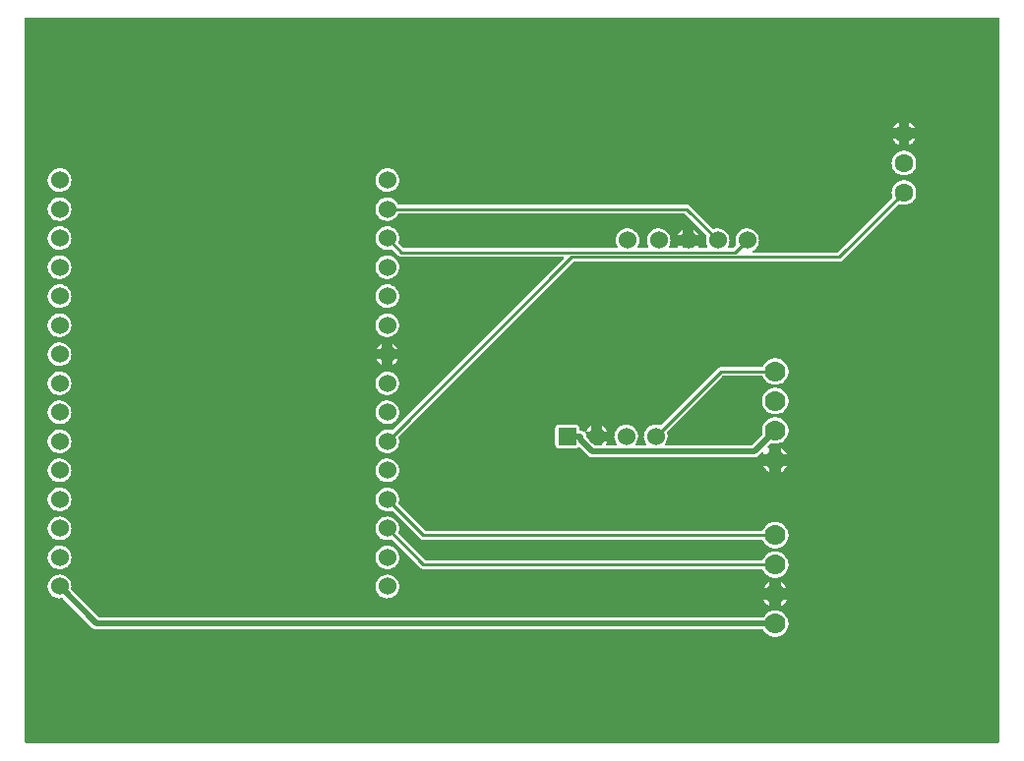
<source format=gtl>
G04 Layer: TopLayer*
G04 EasyEDA v6.5.22, 2023-01-16 17:42:31*
G04 f8123aca958c4c3ea5a118542eafadee,9c419fbbf7cf4e6293d4911e9c662303,10*
G04 Gerber Generator version 0.2*
G04 Scale: 100 percent, Rotated: No, Reflected: No *
G04 Dimensions in inches *
G04 leading zeros omitted , absolute positions ,3 integer and 6 decimal *
%FSLAX36Y36*%
%MOIN*%

%ADD10C,0.0200*%
%ADD11C,0.0100*%
%ADD12R,0.0600X0.0600*%
%ADD13C,0.0600*%
%ADD14C,0.0630*%
%ADD15C,0.0700*%
%ADD16C,0.0150*%

%LPD*%
G36*
X289800Y600700D02*
G01*
X288260Y601000D01*
X286980Y601880D01*
X286100Y603160D01*
X285800Y604700D01*
X285800Y3055800D01*
X286100Y3057340D01*
X286980Y3058620D01*
X288260Y3059500D01*
X289800Y3059800D01*
X3585800Y3059800D01*
X3587340Y3059500D01*
X3588620Y3058620D01*
X3589500Y3057340D01*
X3589800Y3055800D01*
X3589800Y604700D01*
X3589500Y603160D01*
X3588620Y601880D01*
X3587340Y601000D01*
X3585800Y600700D01*
G37*

%LPC*%
G36*
X2830000Y959800D02*
G01*
X2835659Y960160D01*
X2841240Y961220D01*
X2846640Y962980D01*
X2851780Y965400D01*
X2856560Y968439D01*
X2860940Y972060D01*
X2864820Y976200D01*
X2868159Y980780D01*
X2870899Y985759D01*
X2872980Y991040D01*
X2874400Y996540D01*
X2875100Y1002159D01*
X2875100Y1007840D01*
X2874400Y1013460D01*
X2872980Y1018960D01*
X2870899Y1024240D01*
X2868159Y1029220D01*
X2864820Y1033800D01*
X2860940Y1037940D01*
X2856560Y1041560D01*
X2851780Y1044599D01*
X2846640Y1047020D01*
X2841240Y1048780D01*
X2835659Y1049840D01*
X2830000Y1050200D01*
X2824340Y1049840D01*
X2818759Y1048780D01*
X2813360Y1047020D01*
X2808220Y1044599D01*
X2803440Y1041560D01*
X2799060Y1037940D01*
X2795179Y1033800D01*
X2791840Y1029220D01*
X2790779Y1027280D01*
X2789880Y1026180D01*
X2788660Y1025460D01*
X2787280Y1025200D01*
X540940Y1025200D01*
X539400Y1025500D01*
X538100Y1026380D01*
X445240Y1119240D01*
X444480Y1120300D01*
X444099Y1121560D01*
X444140Y1122860D01*
X444720Y1125660D01*
X445080Y1131020D01*
X444720Y1136380D01*
X443640Y1141640D01*
X441880Y1146720D01*
X439460Y1151500D01*
X436420Y1155940D01*
X432819Y1159920D01*
X428720Y1163380D01*
X424200Y1166260D01*
X419320Y1168520D01*
X414200Y1170120D01*
X408900Y1171020D01*
X403540Y1171200D01*
X398200Y1170660D01*
X392980Y1169420D01*
X387960Y1167480D01*
X383260Y1164900D01*
X378940Y1161720D01*
X375080Y1157980D01*
X371740Y1153760D01*
X369020Y1149160D01*
X366920Y1144200D01*
X365500Y1139020D01*
X364780Y1133700D01*
X364780Y1128340D01*
X365500Y1123020D01*
X366920Y1117840D01*
X369020Y1112900D01*
X371740Y1108280D01*
X375080Y1104060D01*
X378940Y1100340D01*
X383260Y1097140D01*
X387960Y1094560D01*
X392980Y1092640D01*
X398200Y1091400D01*
X403540Y1090860D01*
X408900Y1091040D01*
X413200Y1091760D01*
X414480Y1091780D01*
X415680Y1091380D01*
X416700Y1090640D01*
X516560Y990780D01*
X517920Y989520D01*
X519320Y988460D01*
X520820Y987520D01*
X522380Y986700D01*
X524000Y986020D01*
X525680Y985500D01*
X527400Y985120D01*
X529160Y984880D01*
X531000Y984800D01*
X2787260Y984800D01*
X2788660Y984560D01*
X2789880Y983820D01*
X2790779Y982720D01*
X2791840Y980780D01*
X2795179Y976200D01*
X2799060Y972060D01*
X2803440Y968439D01*
X2808220Y965400D01*
X2813360Y962980D01*
X2818759Y961220D01*
X2824340Y960160D01*
G37*
G36*
X2810000Y1064560D02*
G01*
X2810000Y1085000D01*
X2789520Y1085000D01*
X2791840Y1080780D01*
X2795179Y1076200D01*
X2799060Y1072060D01*
X2803440Y1068440D01*
X2808220Y1065400D01*
G37*
G36*
X2850000Y1064560D02*
G01*
X2851780Y1065400D01*
X2856560Y1068440D01*
X2860940Y1072060D01*
X2864820Y1076200D01*
X2868159Y1080780D01*
X2870480Y1085000D01*
X2850000Y1085000D01*
G37*
G36*
X1513779Y1090860D02*
G01*
X1519139Y1091040D01*
X1524440Y1091920D01*
X1529560Y1093520D01*
X1534440Y1095780D01*
X1538959Y1098660D01*
X1543060Y1102140D01*
X1546660Y1106120D01*
X1549700Y1110540D01*
X1552120Y1115340D01*
X1553880Y1120400D01*
X1554960Y1125660D01*
X1555300Y1131020D01*
X1554960Y1136380D01*
X1553880Y1141640D01*
X1552120Y1146720D01*
X1549700Y1151500D01*
X1546660Y1155940D01*
X1543060Y1159920D01*
X1538959Y1163380D01*
X1534440Y1166260D01*
X1529560Y1168520D01*
X1524440Y1170120D01*
X1519139Y1171020D01*
X1513779Y1171200D01*
X1508440Y1170660D01*
X1503220Y1169420D01*
X1498200Y1167480D01*
X1493500Y1164900D01*
X1489160Y1161720D01*
X1485320Y1157980D01*
X1481980Y1153760D01*
X1479240Y1149160D01*
X1477160Y1144200D01*
X1475740Y1139020D01*
X1475020Y1133700D01*
X1475020Y1128340D01*
X1475740Y1123020D01*
X1477160Y1117840D01*
X1479240Y1112900D01*
X1481980Y1108280D01*
X1485320Y1104060D01*
X1489160Y1100340D01*
X1493500Y1097140D01*
X1498200Y1094560D01*
X1503220Y1092640D01*
X1508440Y1091400D01*
G37*
G36*
X2850000Y1125000D02*
G01*
X2870480Y1125000D01*
X2868159Y1129220D01*
X2864820Y1133800D01*
X2860940Y1137940D01*
X2856560Y1141560D01*
X2851780Y1144600D01*
X2850000Y1145440D01*
G37*
G36*
X2789520Y1125000D02*
G01*
X2810000Y1125000D01*
X2810000Y1145440D01*
X2808220Y1144600D01*
X2803440Y1141560D01*
X2799060Y1137940D01*
X2795179Y1133800D01*
X2791840Y1129220D01*
G37*
G36*
X2830000Y1159800D02*
G01*
X2835659Y1160160D01*
X2841240Y1161220D01*
X2846640Y1162980D01*
X2851780Y1165400D01*
X2856560Y1168440D01*
X2860940Y1172060D01*
X2864820Y1176200D01*
X2868159Y1180780D01*
X2870899Y1185760D01*
X2872980Y1191040D01*
X2874400Y1196540D01*
X2875100Y1202160D01*
X2875100Y1207840D01*
X2874400Y1213460D01*
X2872980Y1218960D01*
X2870899Y1224240D01*
X2868159Y1229220D01*
X2864820Y1233800D01*
X2860940Y1237940D01*
X2856560Y1241560D01*
X2851780Y1244600D01*
X2846640Y1247020D01*
X2841240Y1248780D01*
X2835659Y1249840D01*
X2830000Y1250200D01*
X2824340Y1249840D01*
X2818759Y1248780D01*
X2813360Y1247020D01*
X2808220Y1244600D01*
X2803440Y1241560D01*
X2799060Y1237940D01*
X2795179Y1233800D01*
X2791840Y1229220D01*
X2789100Y1224240D01*
X2788500Y1222720D01*
X2787640Y1221400D01*
X2786340Y1220520D01*
X2784800Y1220200D01*
X1645960Y1220200D01*
X1644420Y1220500D01*
X1643120Y1221380D01*
X1553940Y1310560D01*
X1553100Y1311780D01*
X1552780Y1313220D01*
X1553000Y1314700D01*
X1553880Y1317260D01*
X1554960Y1322520D01*
X1555300Y1327880D01*
X1554960Y1333240D01*
X1553880Y1338500D01*
X1552120Y1343560D01*
X1549700Y1348360D01*
X1546660Y1352780D01*
X1543060Y1356759D01*
X1538959Y1360240D01*
X1534440Y1363120D01*
X1529560Y1365380D01*
X1524440Y1366980D01*
X1519139Y1367860D01*
X1513779Y1368040D01*
X1508440Y1367500D01*
X1503220Y1366260D01*
X1498200Y1364340D01*
X1493500Y1361759D01*
X1489160Y1358560D01*
X1485320Y1354840D01*
X1481980Y1350620D01*
X1479240Y1346000D01*
X1477160Y1341060D01*
X1475740Y1335880D01*
X1475020Y1330560D01*
X1475020Y1325200D01*
X1475740Y1319860D01*
X1477160Y1314700D01*
X1479240Y1309740D01*
X1481980Y1305120D01*
X1485320Y1300920D01*
X1489160Y1297180D01*
X1493500Y1294000D01*
X1498200Y1291420D01*
X1503220Y1289480D01*
X1508440Y1288240D01*
X1513779Y1287700D01*
X1519139Y1287880D01*
X1524440Y1288779D01*
X1528460Y1290020D01*
X1529880Y1290200D01*
X1531279Y1289860D01*
X1532480Y1289040D01*
X1627120Y1194400D01*
X1629560Y1192380D01*
X1632200Y1190980D01*
X1635040Y1190120D01*
X1638200Y1189800D01*
X2784780Y1189800D01*
X2786340Y1189480D01*
X2787640Y1188600D01*
X2788500Y1187280D01*
X2789100Y1185760D01*
X2791840Y1180780D01*
X2795179Y1176200D01*
X2799060Y1172060D01*
X2803440Y1168440D01*
X2808220Y1165400D01*
X2813360Y1162980D01*
X2818759Y1161220D01*
X2824340Y1160160D01*
G37*
G36*
X403540Y1189280D02*
G01*
X408900Y1189460D01*
X414200Y1190360D01*
X419320Y1191940D01*
X424200Y1194200D01*
X428720Y1197100D01*
X432819Y1200560D01*
X436420Y1204540D01*
X439460Y1208960D01*
X441880Y1213760D01*
X443640Y1218840D01*
X444720Y1224100D01*
X445080Y1229440D01*
X444720Y1234800D01*
X443640Y1240060D01*
X441880Y1245140D01*
X439460Y1249940D01*
X436420Y1254360D01*
X432819Y1258340D01*
X428720Y1261800D01*
X424200Y1264700D01*
X419320Y1266960D01*
X414200Y1268540D01*
X408900Y1269440D01*
X403540Y1269620D01*
X398200Y1269080D01*
X392980Y1267840D01*
X387960Y1265900D01*
X383260Y1263320D01*
X378940Y1260140D01*
X375080Y1256400D01*
X371740Y1252200D01*
X369020Y1247580D01*
X366920Y1242640D01*
X365500Y1237460D01*
X364780Y1232140D01*
X364780Y1226760D01*
X365500Y1221440D01*
X366920Y1216260D01*
X369020Y1211320D01*
X371740Y1206700D01*
X375080Y1202500D01*
X378940Y1198760D01*
X383260Y1195580D01*
X387960Y1193000D01*
X392980Y1191060D01*
X398200Y1189820D01*
G37*
G36*
X1513779Y1189280D02*
G01*
X1519139Y1189460D01*
X1524440Y1190360D01*
X1529560Y1191940D01*
X1534440Y1194200D01*
X1538959Y1197100D01*
X1543060Y1200560D01*
X1546660Y1204540D01*
X1549700Y1208960D01*
X1552120Y1213760D01*
X1553880Y1218840D01*
X1554960Y1224100D01*
X1555300Y1229440D01*
X1554960Y1234800D01*
X1553880Y1240060D01*
X1552120Y1245140D01*
X1549700Y1249940D01*
X1546660Y1254360D01*
X1543060Y1258340D01*
X1538959Y1261800D01*
X1534440Y1264700D01*
X1529560Y1266960D01*
X1524440Y1268540D01*
X1519139Y1269440D01*
X1513779Y1269620D01*
X1508440Y1269080D01*
X1503220Y1267840D01*
X1498200Y1265900D01*
X1493500Y1263320D01*
X1489160Y1260140D01*
X1485320Y1256400D01*
X1481980Y1252200D01*
X1479240Y1247580D01*
X1477160Y1242640D01*
X1475740Y1237460D01*
X1475020Y1232140D01*
X1475020Y1226760D01*
X1475740Y1221440D01*
X1477160Y1216260D01*
X1479240Y1211320D01*
X1481980Y1206700D01*
X1485320Y1202500D01*
X1489160Y1198760D01*
X1493500Y1195580D01*
X1498200Y1193000D01*
X1503220Y1191060D01*
X1508440Y1189820D01*
G37*
G36*
X2830000Y1259800D02*
G01*
X2835659Y1260160D01*
X2841240Y1261220D01*
X2846640Y1262980D01*
X2851780Y1265400D01*
X2856560Y1268440D01*
X2860940Y1272060D01*
X2864820Y1276200D01*
X2868159Y1280780D01*
X2870899Y1285760D01*
X2872980Y1291040D01*
X2874400Y1296540D01*
X2875100Y1302160D01*
X2875100Y1307840D01*
X2874400Y1313460D01*
X2872980Y1318959D01*
X2870899Y1324240D01*
X2868159Y1329220D01*
X2864820Y1333800D01*
X2860940Y1337940D01*
X2856560Y1341560D01*
X2851780Y1344600D01*
X2846640Y1347020D01*
X2841240Y1348779D01*
X2835659Y1349840D01*
X2830000Y1350200D01*
X2824340Y1349840D01*
X2818759Y1348779D01*
X2813360Y1347020D01*
X2808220Y1344600D01*
X2803440Y1341560D01*
X2799060Y1337940D01*
X2795179Y1333800D01*
X2791840Y1329220D01*
X2789100Y1324240D01*
X2788500Y1322720D01*
X2787640Y1321399D01*
X2786340Y1320520D01*
X2784800Y1320200D01*
X1644379Y1320200D01*
X1642840Y1320500D01*
X1641540Y1321380D01*
X1553940Y1408980D01*
X1553100Y1410200D01*
X1552780Y1411639D01*
X1553000Y1413120D01*
X1553880Y1415680D01*
X1554960Y1420940D01*
X1555300Y1426300D01*
X1554960Y1431660D01*
X1553880Y1436920D01*
X1552120Y1442000D01*
X1549700Y1446780D01*
X1546660Y1451200D01*
X1543060Y1455200D01*
X1538959Y1458660D01*
X1534440Y1461540D01*
X1529560Y1463800D01*
X1524440Y1465400D01*
X1519139Y1466279D01*
X1513779Y1466459D01*
X1508440Y1465940D01*
X1503220Y1464680D01*
X1498200Y1462760D01*
X1493500Y1460180D01*
X1489160Y1457000D01*
X1485320Y1453260D01*
X1481980Y1449040D01*
X1479240Y1444420D01*
X1477160Y1439480D01*
X1475740Y1434300D01*
X1475020Y1428980D01*
X1475020Y1423620D01*
X1475740Y1418300D01*
X1477160Y1413120D01*
X1479240Y1408180D01*
X1481980Y1403560D01*
X1485320Y1399340D01*
X1489160Y1395600D01*
X1493500Y1392420D01*
X1498200Y1389840D01*
X1503220Y1387920D01*
X1508440Y1386660D01*
X1513779Y1386140D01*
X1519139Y1386320D01*
X1524440Y1387200D01*
X1528460Y1388460D01*
X1529880Y1388620D01*
X1531279Y1388280D01*
X1532460Y1387460D01*
X1625540Y1294400D01*
X1627980Y1292380D01*
X1630620Y1290980D01*
X1633460Y1290120D01*
X1636620Y1289800D01*
X2784780Y1289800D01*
X2786340Y1289480D01*
X2787640Y1288600D01*
X2788500Y1287280D01*
X2789100Y1285760D01*
X2791840Y1280780D01*
X2795179Y1276200D01*
X2799060Y1272060D01*
X2803440Y1268440D01*
X2808220Y1265400D01*
X2813360Y1262980D01*
X2818759Y1261220D01*
X2824340Y1260160D01*
G37*
G36*
X403540Y1287700D02*
G01*
X408900Y1287880D01*
X414200Y1288779D01*
X419320Y1290360D01*
X424200Y1292620D01*
X428720Y1295520D01*
X432819Y1298980D01*
X436420Y1302960D01*
X439460Y1307400D01*
X441880Y1312180D01*
X443640Y1317260D01*
X444720Y1322520D01*
X445080Y1327880D01*
X444720Y1333240D01*
X443640Y1338500D01*
X441880Y1343560D01*
X439460Y1348360D01*
X436420Y1352780D01*
X432819Y1356759D01*
X428720Y1360240D01*
X424200Y1363120D01*
X419320Y1365380D01*
X414200Y1366980D01*
X408900Y1367860D01*
X403540Y1368040D01*
X398200Y1367500D01*
X392980Y1366260D01*
X387960Y1364340D01*
X383260Y1361759D01*
X378940Y1358560D01*
X375080Y1354840D01*
X371740Y1350620D01*
X369020Y1346000D01*
X366920Y1341060D01*
X365500Y1335880D01*
X364780Y1330560D01*
X364780Y1325200D01*
X365500Y1319860D01*
X366920Y1314700D01*
X369020Y1309740D01*
X371740Y1305120D01*
X375080Y1300920D01*
X378940Y1297180D01*
X383260Y1294000D01*
X387960Y1291420D01*
X392980Y1289480D01*
X398200Y1288240D01*
G37*
G36*
X403540Y1386140D02*
G01*
X408900Y1386320D01*
X414200Y1387200D01*
X419320Y1388800D01*
X424200Y1391060D01*
X428720Y1393940D01*
X432819Y1397400D01*
X436420Y1401399D01*
X439460Y1405820D01*
X441880Y1410600D01*
X443640Y1415680D01*
X444720Y1420940D01*
X445080Y1426300D01*
X444720Y1431660D01*
X443640Y1436920D01*
X441880Y1442000D01*
X439460Y1446780D01*
X436420Y1451200D01*
X432819Y1455200D01*
X428720Y1458660D01*
X424200Y1461540D01*
X419320Y1463800D01*
X414200Y1465400D01*
X408900Y1466279D01*
X403540Y1466459D01*
X398200Y1465940D01*
X392980Y1464680D01*
X387960Y1462760D01*
X383260Y1460180D01*
X378940Y1457000D01*
X375080Y1453260D01*
X371740Y1449040D01*
X369020Y1444420D01*
X366920Y1439480D01*
X365500Y1434300D01*
X364780Y1428980D01*
X364780Y1423620D01*
X365500Y1418300D01*
X366920Y1413120D01*
X369020Y1408180D01*
X371740Y1403560D01*
X375080Y1399340D01*
X378940Y1395600D01*
X383260Y1392420D01*
X387960Y1389840D01*
X392980Y1387920D01*
X398200Y1386660D01*
G37*
G36*
X403540Y1484560D02*
G01*
X408900Y1484740D01*
X414200Y1485620D01*
X419320Y1487220D01*
X424200Y1489480D01*
X428720Y1492360D01*
X432819Y1495840D01*
X436420Y1499820D01*
X439460Y1504240D01*
X441880Y1509040D01*
X443640Y1514100D01*
X444720Y1519360D01*
X445080Y1524720D01*
X444720Y1530080D01*
X443640Y1535340D01*
X441880Y1540420D01*
X439460Y1545200D01*
X436420Y1549640D01*
X432819Y1553620D01*
X428720Y1557080D01*
X424200Y1559980D01*
X419320Y1562240D01*
X414200Y1563820D01*
X408900Y1564720D01*
X403540Y1564900D01*
X398200Y1564360D01*
X392980Y1563120D01*
X387960Y1561180D01*
X383260Y1558600D01*
X378940Y1555420D01*
X375080Y1551680D01*
X371740Y1547480D01*
X369020Y1542860D01*
X366920Y1537900D01*
X365500Y1532740D01*
X364780Y1527400D01*
X364780Y1522040D01*
X365500Y1516720D01*
X366920Y1511540D01*
X369020Y1506600D01*
X371740Y1501980D01*
X375080Y1497760D01*
X378940Y1494040D01*
X383260Y1490840D01*
X387960Y1488260D01*
X392980Y1486339D01*
X398200Y1485100D01*
G37*
G36*
X1513779Y1484560D02*
G01*
X1519139Y1484740D01*
X1524440Y1485620D01*
X1529560Y1487220D01*
X1534440Y1489480D01*
X1538959Y1492360D01*
X1543060Y1495840D01*
X1546660Y1499820D01*
X1549700Y1504240D01*
X1552120Y1509040D01*
X1553880Y1514100D01*
X1554960Y1519360D01*
X1555300Y1524720D01*
X1554960Y1530080D01*
X1553880Y1535340D01*
X1552120Y1540420D01*
X1549700Y1545200D01*
X1546660Y1549640D01*
X1543060Y1553620D01*
X1538959Y1557080D01*
X1534440Y1559980D01*
X1529560Y1562240D01*
X1524440Y1563820D01*
X1519139Y1564720D01*
X1513779Y1564900D01*
X1508440Y1564360D01*
X1503220Y1563120D01*
X1498200Y1561180D01*
X1493500Y1558600D01*
X1489160Y1555420D01*
X1485320Y1551680D01*
X1481980Y1547480D01*
X1479240Y1542860D01*
X1477160Y1537900D01*
X1475740Y1532740D01*
X1475020Y1527400D01*
X1475020Y1522040D01*
X1475740Y1516720D01*
X1477160Y1511540D01*
X1479240Y1506600D01*
X1481980Y1501980D01*
X1485320Y1497760D01*
X1489160Y1494040D01*
X1493500Y1490840D01*
X1498200Y1488260D01*
X1503220Y1486339D01*
X1508440Y1485100D01*
G37*
G36*
X2810000Y1519560D02*
G01*
X2810000Y1540000D01*
X2789520Y1540000D01*
X2791840Y1535780D01*
X2795179Y1531200D01*
X2799060Y1527060D01*
X2803440Y1523440D01*
X2808220Y1520400D01*
G37*
G36*
X2850000Y1519560D02*
G01*
X2851780Y1520400D01*
X2856560Y1523440D01*
X2860940Y1527060D01*
X2864820Y1531200D01*
X2868159Y1535780D01*
X2870480Y1540000D01*
X2850000Y1540000D01*
G37*
G36*
X2211000Y1568400D02*
G01*
X2758519Y1568400D01*
X2760360Y1568480D01*
X2762100Y1568720D01*
X2763820Y1569100D01*
X2765500Y1569620D01*
X2767140Y1570300D01*
X2768700Y1571120D01*
X2770179Y1572060D01*
X2771580Y1573120D01*
X2772940Y1574379D01*
X2783039Y1584460D01*
X2784380Y1585360D01*
X2785980Y1585640D01*
X2787559Y1585260D01*
X2788860Y1584280D01*
X2789660Y1582880D01*
X2789840Y1581260D01*
X2789460Y1580000D01*
X2810000Y1580000D01*
X2810000Y1600440D01*
X2808420Y1600040D01*
X2806860Y1600300D01*
X2805520Y1601140D01*
X2804600Y1602440D01*
X2804260Y1603980D01*
X2804560Y1605540D01*
X2805440Y1606860D01*
X2814040Y1615460D01*
X2815240Y1616300D01*
X2816660Y1616639D01*
X2824340Y1615160D01*
X2830000Y1614800D01*
X2835659Y1615160D01*
X2841240Y1616220D01*
X2846640Y1617980D01*
X2851780Y1620400D01*
X2856560Y1623440D01*
X2860940Y1627060D01*
X2864820Y1631200D01*
X2868159Y1635780D01*
X2870899Y1640760D01*
X2872980Y1646040D01*
X2874400Y1651540D01*
X2875100Y1657160D01*
X2875100Y1662840D01*
X2874400Y1668460D01*
X2872980Y1673959D01*
X2870899Y1679240D01*
X2868159Y1684220D01*
X2864820Y1688800D01*
X2860940Y1692940D01*
X2856560Y1696560D01*
X2851780Y1699600D01*
X2846640Y1702020D01*
X2841240Y1703779D01*
X2835659Y1704840D01*
X2830000Y1705200D01*
X2824340Y1704840D01*
X2818759Y1703779D01*
X2813360Y1702020D01*
X2808220Y1699600D01*
X2803440Y1696560D01*
X2799060Y1692940D01*
X2795179Y1688800D01*
X2791840Y1684220D01*
X2789100Y1679240D01*
X2787020Y1673959D01*
X2785600Y1668460D01*
X2784900Y1662840D01*
X2784900Y1657160D01*
X2785600Y1651540D01*
X2786540Y1647880D01*
X2786660Y1646519D01*
X2786280Y1645200D01*
X2785500Y1644060D01*
X2751400Y1609980D01*
X2750100Y1609100D01*
X2748580Y1608800D01*
X2459740Y1608800D01*
X2458040Y1609180D01*
X2456660Y1610260D01*
X2455860Y1611819D01*
X2455820Y1613580D01*
X2456520Y1615180D01*
X2458880Y1618380D01*
X2461460Y1623080D01*
X2463380Y1628100D01*
X2464640Y1633320D01*
X2465160Y1638660D01*
X2464980Y1644019D01*
X2464100Y1649319D01*
X2462860Y1653340D01*
X2462680Y1654760D01*
X2463020Y1656160D01*
X2463840Y1657340D01*
X2650120Y1843620D01*
X2651420Y1844500D01*
X2652960Y1844800D01*
X2784780Y1844800D01*
X2786340Y1844480D01*
X2787640Y1843600D01*
X2788500Y1842280D01*
X2789100Y1840760D01*
X2791840Y1835780D01*
X2795179Y1831200D01*
X2799060Y1827060D01*
X2803440Y1823440D01*
X2808220Y1820400D01*
X2813360Y1817980D01*
X2818759Y1816220D01*
X2824340Y1815160D01*
X2830000Y1814800D01*
X2835659Y1815160D01*
X2841240Y1816220D01*
X2846640Y1817980D01*
X2851780Y1820400D01*
X2856560Y1823440D01*
X2860940Y1827060D01*
X2864820Y1831200D01*
X2868159Y1835780D01*
X2870899Y1840760D01*
X2872980Y1846040D01*
X2874400Y1851540D01*
X2875100Y1857160D01*
X2875100Y1862840D01*
X2874400Y1868460D01*
X2872980Y1873959D01*
X2870899Y1879240D01*
X2868159Y1884220D01*
X2864820Y1888800D01*
X2860940Y1892940D01*
X2856560Y1896560D01*
X2851780Y1899600D01*
X2846640Y1902020D01*
X2841240Y1903779D01*
X2835659Y1904840D01*
X2830000Y1905200D01*
X2824340Y1904840D01*
X2818759Y1903779D01*
X2813360Y1902020D01*
X2808220Y1899600D01*
X2803440Y1896560D01*
X2799060Y1892940D01*
X2795179Y1888800D01*
X2791840Y1884220D01*
X2789100Y1879240D01*
X2788500Y1877720D01*
X2787640Y1876399D01*
X2786340Y1875520D01*
X2784800Y1875200D01*
X2645200Y1875200D01*
X2642040Y1874880D01*
X2639200Y1874019D01*
X2636560Y1872620D01*
X2634120Y1870620D01*
X2442320Y1678820D01*
X2441100Y1677980D01*
X2439660Y1677660D01*
X2438180Y1677880D01*
X2435620Y1678760D01*
X2430360Y1679840D01*
X2425000Y1680200D01*
X2419640Y1679840D01*
X2414380Y1678760D01*
X2409300Y1677000D01*
X2404520Y1674580D01*
X2400100Y1671540D01*
X2396100Y1667940D01*
X2392640Y1663839D01*
X2389760Y1659319D01*
X2387500Y1654440D01*
X2385900Y1649319D01*
X2385020Y1644019D01*
X2384840Y1638660D01*
X2385360Y1633320D01*
X2386620Y1628100D01*
X2388540Y1623080D01*
X2391120Y1618380D01*
X2393480Y1615180D01*
X2394180Y1613580D01*
X2394140Y1611819D01*
X2393340Y1610260D01*
X2391960Y1609180D01*
X2390260Y1608800D01*
X2359740Y1608800D01*
X2358040Y1609180D01*
X2356660Y1610260D01*
X2355860Y1611819D01*
X2355820Y1613580D01*
X2356520Y1615180D01*
X2358880Y1618380D01*
X2361460Y1623080D01*
X2363380Y1628100D01*
X2364640Y1633320D01*
X2365160Y1638660D01*
X2364980Y1644019D01*
X2364100Y1649319D01*
X2362500Y1654440D01*
X2360240Y1659319D01*
X2357360Y1663839D01*
X2353900Y1667940D01*
X2349900Y1671540D01*
X2345480Y1674580D01*
X2340700Y1677000D01*
X2335620Y1678760D01*
X2330360Y1679840D01*
X2325000Y1680200D01*
X2319640Y1679840D01*
X2314380Y1678760D01*
X2309300Y1677000D01*
X2304520Y1674580D01*
X2300100Y1671540D01*
X2296100Y1667940D01*
X2292640Y1663839D01*
X2289760Y1659319D01*
X2287500Y1654440D01*
X2285900Y1649319D01*
X2285020Y1644019D01*
X2284840Y1638660D01*
X2285360Y1633320D01*
X2286620Y1628100D01*
X2288540Y1623080D01*
X2291120Y1618380D01*
X2293480Y1615180D01*
X2294180Y1613580D01*
X2294140Y1611819D01*
X2293340Y1610260D01*
X2291960Y1609180D01*
X2290260Y1608800D01*
X2259740Y1608800D01*
X2258040Y1609180D01*
X2256660Y1610260D01*
X2255860Y1611819D01*
X2255820Y1613580D01*
X2256520Y1615180D01*
X2258880Y1618380D01*
X2261140Y1622500D01*
X2242500Y1622500D01*
X2242500Y1612800D01*
X2242200Y1611279D01*
X2241320Y1609980D01*
X2240040Y1609100D01*
X2238500Y1608800D01*
X2220940Y1608800D01*
X2219400Y1609100D01*
X2218100Y1609980D01*
X2208680Y1619400D01*
X2207800Y1620700D01*
X2207500Y1622500D01*
X2205700Y1622800D01*
X2204400Y1623680D01*
X2192380Y1635700D01*
X2191520Y1637000D01*
X2191220Y1638520D01*
X2191220Y1639820D01*
X2190880Y1643500D01*
X2189980Y1646900D01*
X2188500Y1650100D01*
X2187720Y1651200D01*
X2187060Y1652800D01*
X2187120Y1654540D01*
X2187920Y1656080D01*
X2189300Y1657120D01*
X2190980Y1657500D01*
X2207500Y1657500D01*
X2207500Y1676080D01*
X2204520Y1674580D01*
X2200100Y1671540D01*
X2196100Y1667940D01*
X2192640Y1663839D01*
X2189760Y1659319D01*
X2189000Y1657700D01*
X2187940Y1656320D01*
X2186420Y1655520D01*
X2184680Y1655440D01*
X2183080Y1656100D01*
X2181100Y1657480D01*
X2177920Y1658959D01*
X2174520Y1659880D01*
X2170840Y1660200D01*
X2169200Y1660200D01*
X2167660Y1660500D01*
X2166380Y1661380D01*
X2165500Y1662680D01*
X2165200Y1664199D01*
X2165200Y1669780D01*
X2164920Y1672260D01*
X2164160Y1674420D01*
X2162960Y1676339D01*
X2161340Y1677960D01*
X2159420Y1679160D01*
X2157260Y1679920D01*
X2154780Y1680200D01*
X2095220Y1680200D01*
X2092740Y1679920D01*
X2090580Y1679160D01*
X2088660Y1677960D01*
X2087040Y1676339D01*
X2085840Y1674420D01*
X2085080Y1672260D01*
X2084800Y1669780D01*
X2084800Y1610220D01*
X2085080Y1607740D01*
X2085840Y1605580D01*
X2087040Y1603660D01*
X2088660Y1602040D01*
X2090580Y1600840D01*
X2092740Y1600080D01*
X2095220Y1599800D01*
X2154780Y1599800D01*
X2157260Y1600080D01*
X2159420Y1600840D01*
X2161340Y1602040D01*
X2162300Y1603000D01*
X2163600Y1603860D01*
X2165120Y1604160D01*
X2166660Y1603860D01*
X2167960Y1603000D01*
X2196560Y1574379D01*
X2197920Y1573120D01*
X2199320Y1572060D01*
X2200820Y1571120D01*
X2202380Y1570300D01*
X2204000Y1569620D01*
X2205680Y1569100D01*
X2207400Y1568720D01*
X2209160Y1568480D01*
G37*
G36*
X2850000Y1580000D02*
G01*
X2870480Y1580000D01*
X2868159Y1584220D01*
X2864820Y1588800D01*
X2860940Y1592940D01*
X2856560Y1596560D01*
X2851780Y1599600D01*
X2850000Y1600440D01*
G37*
G36*
X403540Y1582980D02*
G01*
X408900Y1583160D01*
X414200Y1584060D01*
X419320Y1585640D01*
X424200Y1587900D01*
X428720Y1590800D01*
X432819Y1594259D01*
X436420Y1598240D01*
X439460Y1602660D01*
X441880Y1607460D01*
X443640Y1612540D01*
X444720Y1617800D01*
X445080Y1623140D01*
X444720Y1628500D01*
X443640Y1633760D01*
X441880Y1638839D01*
X439460Y1643640D01*
X436420Y1648060D01*
X432819Y1652040D01*
X428720Y1655500D01*
X424200Y1658400D01*
X419320Y1660660D01*
X414200Y1662240D01*
X408900Y1663140D01*
X403540Y1663320D01*
X398200Y1662780D01*
X392980Y1661540D01*
X387960Y1659600D01*
X383260Y1657020D01*
X378940Y1653839D01*
X375080Y1650100D01*
X371740Y1645900D01*
X369020Y1641279D01*
X366920Y1636339D01*
X365500Y1631160D01*
X364780Y1625840D01*
X364780Y1620460D01*
X365500Y1615140D01*
X366920Y1609960D01*
X369020Y1605020D01*
X371740Y1600400D01*
X375080Y1596200D01*
X378940Y1592460D01*
X383260Y1589280D01*
X387960Y1586699D01*
X392980Y1584760D01*
X398200Y1583520D01*
G37*
G36*
X1513779Y1582980D02*
G01*
X1519139Y1583160D01*
X1524440Y1584060D01*
X1529560Y1585640D01*
X1534440Y1587900D01*
X1538959Y1590800D01*
X1543060Y1594259D01*
X1546660Y1598240D01*
X1549700Y1602660D01*
X1552120Y1607460D01*
X1553880Y1612540D01*
X1554960Y1617800D01*
X1555300Y1623140D01*
X1554960Y1628500D01*
X1553880Y1633760D01*
X1553000Y1636339D01*
X1552780Y1637800D01*
X1553100Y1639240D01*
X1553940Y1640480D01*
X2144940Y2231460D01*
X2146240Y2232340D01*
X2147760Y2232640D01*
X3047840Y2232640D01*
X3051000Y2232960D01*
X3053840Y2233820D01*
X3056460Y2235220D01*
X3058920Y2237240D01*
X3247940Y2426240D01*
X3249160Y2427080D01*
X3250580Y2427420D01*
X3252040Y2427200D01*
X3255659Y2425980D01*
X3261000Y2424920D01*
X3266440Y2424560D01*
X3271880Y2424920D01*
X3277240Y2425980D01*
X3282400Y2427740D01*
X3287280Y2430140D01*
X3291820Y2433180D01*
X3295920Y2436780D01*
X3299520Y2440880D01*
X3302540Y2445400D01*
X3304960Y2450300D01*
X3306720Y2455460D01*
X3307780Y2460800D01*
X3308140Y2466240D01*
X3307780Y2471700D01*
X3306720Y2477040D01*
X3304960Y2482200D01*
X3302540Y2487100D01*
X3299520Y2491620D01*
X3295920Y2495720D01*
X3291820Y2499320D01*
X3287280Y2502360D01*
X3282400Y2504760D01*
X3277240Y2506520D01*
X3271880Y2507580D01*
X3266440Y2507940D01*
X3261000Y2507580D01*
X3255659Y2506520D01*
X3250500Y2504760D01*
X3245600Y2502360D01*
X3241060Y2499320D01*
X3236960Y2495720D01*
X3233380Y2491620D01*
X3230340Y2487100D01*
X3227940Y2482200D01*
X3226180Y2477040D01*
X3225120Y2471700D01*
X3224760Y2466240D01*
X3225120Y2460800D01*
X3226180Y2455460D01*
X3227400Y2451860D01*
X3227600Y2450400D01*
X3227280Y2448960D01*
X3226440Y2447740D01*
X3042900Y2264220D01*
X3041600Y2263340D01*
X3040080Y2263040D01*
X2757500Y2263040D01*
X2755840Y2263400D01*
X2754480Y2264420D01*
X2753660Y2265920D01*
X2753540Y2267620D01*
X2754140Y2269220D01*
X2755340Y2270420D01*
X2758840Y2272640D01*
X2762940Y2276100D01*
X2766540Y2280100D01*
X2769580Y2284520D01*
X2772000Y2289300D01*
X2773759Y2294380D01*
X2774840Y2299640D01*
X2775200Y2305000D01*
X2774840Y2310360D01*
X2773759Y2315620D01*
X2772000Y2320700D01*
X2769580Y2325480D01*
X2766540Y2329900D01*
X2762940Y2333900D01*
X2758840Y2337360D01*
X2754320Y2340240D01*
X2749440Y2342500D01*
X2744320Y2344100D01*
X2739020Y2344980D01*
X2733660Y2345160D01*
X2728320Y2344640D01*
X2723100Y2343380D01*
X2718080Y2341460D01*
X2713380Y2338880D01*
X2709060Y2335700D01*
X2705200Y2331960D01*
X2701860Y2327740D01*
X2699120Y2323120D01*
X2697040Y2318180D01*
X2695620Y2313000D01*
X2694900Y2307680D01*
X2694900Y2302320D01*
X2695620Y2297000D01*
X2697140Y2291500D01*
X2697260Y2290100D01*
X2696900Y2288740D01*
X2696100Y2287600D01*
X2688800Y2280300D01*
X2687500Y2279420D01*
X2685960Y2279120D01*
X2673360Y2279120D01*
X2671780Y2279440D01*
X2670440Y2280380D01*
X2669600Y2281760D01*
X2669360Y2283360D01*
X2669780Y2284920D01*
X2672000Y2289300D01*
X2673759Y2294380D01*
X2674840Y2299640D01*
X2675200Y2305000D01*
X2674840Y2310360D01*
X2673759Y2315620D01*
X2672000Y2320700D01*
X2669580Y2325480D01*
X2666540Y2329900D01*
X2662940Y2333900D01*
X2658840Y2337360D01*
X2654320Y2340240D01*
X2649440Y2342500D01*
X2644320Y2344100D01*
X2639020Y2344980D01*
X2633660Y2345160D01*
X2628320Y2344640D01*
X2623100Y2343380D01*
X2621920Y2342940D01*
X2620419Y2342660D01*
X2618920Y2342980D01*
X2617660Y2343840D01*
X2540320Y2421180D01*
X2537880Y2423180D01*
X2535260Y2424580D01*
X2532400Y2425440D01*
X2529240Y2425760D01*
X1554820Y2425760D01*
X1553380Y2426020D01*
X1552140Y2426800D01*
X1551260Y2427960D01*
X1549700Y2431040D01*
X1546660Y2435460D01*
X1543060Y2439440D01*
X1538959Y2442900D01*
X1534440Y2445800D01*
X1529560Y2448060D01*
X1524440Y2449640D01*
X1519139Y2450540D01*
X1513779Y2450720D01*
X1508440Y2450180D01*
X1503220Y2448940D01*
X1498200Y2447000D01*
X1493500Y2444420D01*
X1489160Y2441240D01*
X1485320Y2437520D01*
X1481980Y2433300D01*
X1479240Y2428680D01*
X1477160Y2423740D01*
X1475740Y2418560D01*
X1475020Y2413240D01*
X1475020Y2407860D01*
X1475740Y2402540D01*
X1477160Y2397360D01*
X1479240Y2392420D01*
X1481980Y2387800D01*
X1485320Y2383600D01*
X1489160Y2379860D01*
X1493500Y2376680D01*
X1498200Y2374100D01*
X1503220Y2372160D01*
X1508440Y2370920D01*
X1513779Y2370380D01*
X1519139Y2370560D01*
X1524440Y2371460D01*
X1529560Y2373040D01*
X1534440Y2375300D01*
X1538959Y2378200D01*
X1543060Y2381660D01*
X1546660Y2385640D01*
X1549700Y2390060D01*
X1551260Y2393160D01*
X1552140Y2394320D01*
X1553400Y2395100D01*
X1554840Y2395360D01*
X2521480Y2395360D01*
X2523020Y2395060D01*
X2524320Y2394180D01*
X2596100Y2322400D01*
X2596900Y2321260D01*
X2597260Y2319900D01*
X2597140Y2318500D01*
X2595620Y2313000D01*
X2594900Y2307680D01*
X2594900Y2302320D01*
X2595620Y2297000D01*
X2597040Y2291820D01*
X2599120Y2286880D01*
X2600140Y2285160D01*
X2600680Y2283580D01*
X2600520Y2281920D01*
X2599680Y2280460D01*
X2598340Y2279480D01*
X2596700Y2279120D01*
X2573360Y2279120D01*
X2571780Y2279440D01*
X2570440Y2280380D01*
X2569600Y2281760D01*
X2569360Y2283360D01*
X2569780Y2284920D01*
X2571080Y2287500D01*
X2552500Y2287500D01*
X2552500Y2283120D01*
X2552200Y2281600D01*
X2551320Y2280300D01*
X2550040Y2279420D01*
X2548500Y2279120D01*
X2521500Y2279120D01*
X2519960Y2279420D01*
X2518680Y2280300D01*
X2517800Y2281600D01*
X2517500Y2283120D01*
X2517500Y2287500D01*
X2498860Y2287500D01*
X2500140Y2285160D01*
X2500680Y2283580D01*
X2500520Y2281920D01*
X2499680Y2280460D01*
X2498340Y2279480D01*
X2496700Y2279120D01*
X2473360Y2279120D01*
X2471780Y2279440D01*
X2470440Y2280380D01*
X2469600Y2281760D01*
X2469360Y2283360D01*
X2469780Y2284920D01*
X2472000Y2289300D01*
X2473760Y2294380D01*
X2474840Y2299640D01*
X2475200Y2305000D01*
X2474840Y2310360D01*
X2473760Y2315620D01*
X2472000Y2320700D01*
X2469580Y2325480D01*
X2466540Y2329900D01*
X2462940Y2333900D01*
X2458840Y2337360D01*
X2454320Y2340240D01*
X2449440Y2342500D01*
X2444320Y2344100D01*
X2439020Y2344980D01*
X2433660Y2345160D01*
X2428320Y2344640D01*
X2423100Y2343380D01*
X2418080Y2341460D01*
X2413380Y2338880D01*
X2409060Y2335700D01*
X2405200Y2331960D01*
X2401860Y2327740D01*
X2399120Y2323120D01*
X2397040Y2318180D01*
X2395620Y2313000D01*
X2394900Y2307680D01*
X2394900Y2302320D01*
X2395620Y2297000D01*
X2397040Y2291820D01*
X2399120Y2286880D01*
X2400140Y2285160D01*
X2400680Y2283580D01*
X2400520Y2281920D01*
X2399680Y2280460D01*
X2398340Y2279480D01*
X2396700Y2279120D01*
X2368360Y2279120D01*
X2366780Y2279440D01*
X2365440Y2280380D01*
X2364600Y2281760D01*
X2364360Y2283360D01*
X2364780Y2284920D01*
X2367000Y2289300D01*
X2368760Y2294380D01*
X2369840Y2299640D01*
X2370200Y2305000D01*
X2369840Y2310360D01*
X2368760Y2315620D01*
X2367000Y2320700D01*
X2364580Y2325480D01*
X2361540Y2329900D01*
X2357940Y2333900D01*
X2353840Y2337360D01*
X2349320Y2340240D01*
X2344440Y2342500D01*
X2339320Y2344100D01*
X2334020Y2344980D01*
X2328660Y2345160D01*
X2323320Y2344640D01*
X2318100Y2343380D01*
X2313080Y2341460D01*
X2308380Y2338880D01*
X2304060Y2335700D01*
X2300200Y2331960D01*
X2296860Y2327740D01*
X2294120Y2323120D01*
X2292040Y2318180D01*
X2290620Y2313000D01*
X2289900Y2307680D01*
X2289900Y2302320D01*
X2290620Y2297000D01*
X2292040Y2291820D01*
X2294120Y2286880D01*
X2295140Y2285160D01*
X2295680Y2283580D01*
X2295520Y2281920D01*
X2294680Y2280460D01*
X2293340Y2279480D01*
X2291700Y2279120D01*
X1571279Y2279120D01*
X1569760Y2279420D01*
X1568460Y2280300D01*
X1553940Y2294800D01*
X1553100Y2296040D01*
X1552780Y2297480D01*
X1553000Y2298940D01*
X1553880Y2301500D01*
X1554960Y2306780D01*
X1555300Y2312120D01*
X1554960Y2317480D01*
X1553880Y2322740D01*
X1552120Y2327820D01*
X1549700Y2332600D01*
X1546660Y2337040D01*
X1543060Y2341020D01*
X1538959Y2344480D01*
X1534440Y2347380D01*
X1529560Y2349640D01*
X1524440Y2351220D01*
X1519139Y2352120D01*
X1513779Y2352300D01*
X1508440Y2351760D01*
X1503220Y2350520D01*
X1498200Y2348580D01*
X1493500Y2346000D01*
X1489160Y2342820D01*
X1485320Y2339080D01*
X1481980Y2334880D01*
X1479240Y2330260D01*
X1477160Y2325320D01*
X1475740Y2320140D01*
X1475020Y2314820D01*
X1475020Y2309440D01*
X1475740Y2304120D01*
X1477160Y2298940D01*
X1479240Y2294000D01*
X1481980Y2289380D01*
X1485320Y2285160D01*
X1489160Y2281440D01*
X1493500Y2278260D01*
X1498200Y2275680D01*
X1503220Y2273740D01*
X1508440Y2272500D01*
X1513779Y2271960D01*
X1519139Y2272140D01*
X1524440Y2273040D01*
X1528460Y2274280D01*
X1529880Y2274460D01*
X1531279Y2274100D01*
X1532460Y2273280D01*
X1552440Y2253320D01*
X1554900Y2251300D01*
X1557520Y2249900D01*
X1560360Y2249040D01*
X1563520Y2248720D01*
X2109540Y2248720D01*
X2111060Y2248420D01*
X2112360Y2247540D01*
X2113240Y2246260D01*
X2113540Y2244720D01*
X2113240Y2243200D01*
X2112360Y2241900D01*
X1532460Y1662000D01*
X1531279Y1661180D01*
X1529880Y1660820D01*
X1528460Y1661000D01*
X1524440Y1662240D01*
X1519139Y1663140D01*
X1513779Y1663320D01*
X1508440Y1662780D01*
X1503220Y1661540D01*
X1498200Y1659600D01*
X1493500Y1657020D01*
X1489160Y1653839D01*
X1485320Y1650100D01*
X1481980Y1645900D01*
X1479240Y1641279D01*
X1477160Y1636339D01*
X1475740Y1631160D01*
X1475020Y1625840D01*
X1475020Y1620460D01*
X1475740Y1615140D01*
X1477160Y1609960D01*
X1479240Y1605020D01*
X1481980Y1600400D01*
X1485320Y1596200D01*
X1489160Y1592460D01*
X1493500Y1589280D01*
X1498200Y1586699D01*
X1503220Y1584760D01*
X1508440Y1583520D01*
G37*
G36*
X2242500Y1657500D02*
G01*
X2261080Y1657500D01*
X2260240Y1659319D01*
X2257360Y1663839D01*
X2253900Y1667940D01*
X2249900Y1671540D01*
X2245480Y1674580D01*
X2242500Y1676080D01*
G37*
G36*
X403540Y1681399D02*
G01*
X408900Y1681579D01*
X414200Y1682480D01*
X419320Y1684079D01*
X424200Y1686339D01*
X428720Y1689220D01*
X432819Y1692680D01*
X436420Y1696660D01*
X439460Y1701100D01*
X441880Y1705880D01*
X443640Y1710960D01*
X444720Y1716220D01*
X445080Y1721579D01*
X444720Y1726940D01*
X443640Y1732200D01*
X441880Y1737260D01*
X439460Y1742060D01*
X436420Y1746480D01*
X432819Y1750460D01*
X428720Y1753940D01*
X424200Y1756819D01*
X419320Y1759079D01*
X414200Y1760680D01*
X408900Y1761560D01*
X403540Y1761740D01*
X398200Y1761200D01*
X392980Y1759960D01*
X387960Y1758040D01*
X383260Y1755460D01*
X378940Y1752260D01*
X375080Y1748540D01*
X371740Y1744319D01*
X369020Y1739700D01*
X366920Y1734760D01*
X365500Y1729580D01*
X364780Y1724259D01*
X364780Y1718899D01*
X365500Y1713580D01*
X366920Y1708400D01*
X369020Y1703440D01*
X371740Y1698820D01*
X375080Y1694620D01*
X378940Y1690880D01*
X383260Y1687700D01*
X387960Y1685120D01*
X392980Y1683180D01*
X398200Y1681940D01*
G37*
G36*
X1513779Y1681399D02*
G01*
X1519139Y1681579D01*
X1524440Y1682480D01*
X1529560Y1684079D01*
X1534440Y1686339D01*
X1538959Y1689220D01*
X1543060Y1692680D01*
X1546660Y1696660D01*
X1549700Y1701100D01*
X1552120Y1705880D01*
X1553880Y1710960D01*
X1554960Y1716220D01*
X1555300Y1721579D01*
X1554960Y1726940D01*
X1553880Y1732200D01*
X1552120Y1737260D01*
X1549700Y1742060D01*
X1546660Y1746480D01*
X1543060Y1750460D01*
X1538959Y1753940D01*
X1534440Y1756819D01*
X1529560Y1759079D01*
X1524440Y1760680D01*
X1519139Y1761560D01*
X1513779Y1761740D01*
X1508440Y1761200D01*
X1503220Y1759960D01*
X1498200Y1758040D01*
X1493500Y1755460D01*
X1489160Y1752260D01*
X1485320Y1748540D01*
X1481980Y1744319D01*
X1479240Y1739700D01*
X1477160Y1734760D01*
X1475740Y1729580D01*
X1475020Y1724259D01*
X1475020Y1718899D01*
X1475740Y1713580D01*
X1477160Y1708400D01*
X1479240Y1703440D01*
X1481980Y1698820D01*
X1485320Y1694620D01*
X1489160Y1690880D01*
X1493500Y1687700D01*
X1498200Y1685120D01*
X1503220Y1683180D01*
X1508440Y1681940D01*
G37*
G36*
X2830000Y1714800D02*
G01*
X2835659Y1715160D01*
X2841240Y1716220D01*
X2846640Y1717980D01*
X2851780Y1720400D01*
X2856560Y1723440D01*
X2860940Y1727060D01*
X2864820Y1731200D01*
X2868159Y1735780D01*
X2870899Y1740760D01*
X2872980Y1746040D01*
X2874400Y1751540D01*
X2875100Y1757160D01*
X2875100Y1762840D01*
X2874400Y1768460D01*
X2872980Y1773959D01*
X2870899Y1779240D01*
X2868159Y1784220D01*
X2864820Y1788800D01*
X2860940Y1792940D01*
X2856560Y1796560D01*
X2851780Y1799600D01*
X2846640Y1802020D01*
X2841240Y1803779D01*
X2835659Y1804840D01*
X2830000Y1805200D01*
X2824340Y1804840D01*
X2818759Y1803779D01*
X2813360Y1802020D01*
X2808220Y1799600D01*
X2803440Y1796560D01*
X2799060Y1792940D01*
X2795179Y1788800D01*
X2791840Y1784220D01*
X2789100Y1779240D01*
X2787020Y1773959D01*
X2785600Y1768460D01*
X2784900Y1762840D01*
X2784900Y1757160D01*
X2785600Y1751540D01*
X2787020Y1746040D01*
X2789100Y1740760D01*
X2791840Y1735780D01*
X2795179Y1731200D01*
X2799060Y1727060D01*
X2803440Y1723440D01*
X2808220Y1720400D01*
X2813360Y1717980D01*
X2818759Y1716220D01*
X2824340Y1715160D01*
G37*
G36*
X403540Y1779840D02*
G01*
X408900Y1780020D01*
X414200Y1780900D01*
X419320Y1782500D01*
X424200Y1784760D01*
X428720Y1787640D01*
X432819Y1791120D01*
X436420Y1795100D01*
X439460Y1799520D01*
X441880Y1804319D01*
X443640Y1809379D01*
X444720Y1814640D01*
X445080Y1820000D01*
X444720Y1825360D01*
X443640Y1830620D01*
X441880Y1835700D01*
X439460Y1840480D01*
X436420Y1844900D01*
X432819Y1848899D01*
X428720Y1852360D01*
X424200Y1855240D01*
X419320Y1857500D01*
X414200Y1859100D01*
X408900Y1860000D01*
X403540Y1860160D01*
X398200Y1859640D01*
X392980Y1858380D01*
X387960Y1856459D01*
X383260Y1853880D01*
X378940Y1850700D01*
X375080Y1846960D01*
X371740Y1842740D01*
X369020Y1838120D01*
X366920Y1833180D01*
X365500Y1828000D01*
X364780Y1822680D01*
X364780Y1817320D01*
X365500Y1812000D01*
X366920Y1806819D01*
X369020Y1801879D01*
X371740Y1797260D01*
X375080Y1793040D01*
X378940Y1789300D01*
X383260Y1786120D01*
X387960Y1783540D01*
X392980Y1781620D01*
X398200Y1780360D01*
G37*
G36*
X1513779Y1779840D02*
G01*
X1519139Y1780020D01*
X1524440Y1780900D01*
X1529560Y1782500D01*
X1534440Y1784760D01*
X1538959Y1787640D01*
X1543060Y1791120D01*
X1546660Y1795100D01*
X1549700Y1799520D01*
X1552120Y1804319D01*
X1553880Y1809379D01*
X1554960Y1814640D01*
X1555300Y1820000D01*
X1554960Y1825360D01*
X1553880Y1830620D01*
X1552120Y1835700D01*
X1549700Y1840480D01*
X1546660Y1844900D01*
X1543060Y1848899D01*
X1538959Y1852360D01*
X1534440Y1855240D01*
X1529560Y1857500D01*
X1524440Y1859100D01*
X1519139Y1860000D01*
X1513779Y1860160D01*
X1508440Y1859640D01*
X1503220Y1858380D01*
X1498200Y1856459D01*
X1493500Y1853880D01*
X1489160Y1850700D01*
X1485320Y1846960D01*
X1481980Y1842740D01*
X1479240Y1838120D01*
X1477160Y1833180D01*
X1475740Y1828000D01*
X1475020Y1822680D01*
X1475020Y1817320D01*
X1475740Y1812000D01*
X1477160Y1806819D01*
X1479240Y1801879D01*
X1481980Y1797260D01*
X1485320Y1793040D01*
X1489160Y1789300D01*
X1493500Y1786120D01*
X1498200Y1783540D01*
X1503220Y1781620D01*
X1508440Y1780360D01*
G37*
G36*
X403540Y1878260D02*
G01*
X408900Y1878440D01*
X414200Y1879319D01*
X419320Y1880920D01*
X424200Y1883180D01*
X428720Y1886060D01*
X432819Y1889540D01*
X436420Y1893520D01*
X439460Y1897940D01*
X441880Y1902740D01*
X443640Y1907800D01*
X444720Y1913060D01*
X445080Y1918420D01*
X444720Y1923779D01*
X443640Y1929040D01*
X441880Y1934120D01*
X439460Y1938899D01*
X436420Y1943340D01*
X432819Y1947320D01*
X428720Y1950780D01*
X424200Y1953680D01*
X419320Y1955940D01*
X414200Y1957520D01*
X408900Y1958420D01*
X403540Y1958600D01*
X398200Y1958060D01*
X392980Y1956819D01*
X387960Y1954880D01*
X383260Y1952300D01*
X378940Y1949120D01*
X375080Y1945380D01*
X371740Y1941180D01*
X369020Y1936560D01*
X366920Y1931600D01*
X365500Y1926440D01*
X364780Y1921120D01*
X364780Y1915740D01*
X365500Y1910420D01*
X366920Y1905240D01*
X369020Y1900300D01*
X371740Y1895680D01*
X375080Y1891459D01*
X378940Y1887740D01*
X383260Y1884540D01*
X387960Y1881960D01*
X392980Y1880040D01*
X398200Y1878800D01*
G37*
G36*
X1497620Y1882280D02*
G01*
X1497620Y1900920D01*
X1478980Y1900920D01*
X1479240Y1900300D01*
X1481980Y1895680D01*
X1485320Y1891459D01*
X1489160Y1887740D01*
X1493500Y1884540D01*
G37*
G36*
X1532620Y1882340D02*
G01*
X1534440Y1883180D01*
X1538959Y1886060D01*
X1543060Y1889540D01*
X1546660Y1893520D01*
X1549700Y1897940D01*
X1551200Y1900920D01*
X1532620Y1900920D01*
G37*
G36*
X1532620Y1935920D02*
G01*
X1551200Y1935920D01*
X1549700Y1938899D01*
X1546660Y1943340D01*
X1543060Y1947320D01*
X1538959Y1950780D01*
X1534440Y1953680D01*
X1532620Y1954520D01*
G37*
G36*
X1478980Y1935920D02*
G01*
X1497620Y1935920D01*
X1497620Y1954560D01*
X1493500Y1952300D01*
X1489160Y1949120D01*
X1485320Y1945380D01*
X1481980Y1941180D01*
X1479240Y1936560D01*
G37*
G36*
X403540Y1976680D02*
G01*
X408900Y1976860D01*
X414200Y1977760D01*
X419320Y1979340D01*
X424200Y1981600D01*
X428720Y1984500D01*
X432819Y1987960D01*
X436420Y1991940D01*
X439460Y1996360D01*
X441880Y2001160D01*
X443640Y2006240D01*
X444720Y2011500D01*
X445080Y2016860D01*
X444720Y2022200D01*
X443640Y2027460D01*
X441880Y2032540D01*
X439460Y2037340D01*
X436420Y2041759D01*
X432819Y2045740D01*
X428720Y2049199D01*
X424200Y2052100D01*
X419320Y2054360D01*
X414200Y2055940D01*
X408900Y2056840D01*
X403540Y2057020D01*
X398200Y2056480D01*
X392980Y2055240D01*
X387960Y2053300D01*
X383260Y2050720D01*
X378940Y2047540D01*
X375080Y2043820D01*
X371740Y2039600D01*
X369020Y2034980D01*
X366920Y2030040D01*
X365500Y2024860D01*
X364780Y2019540D01*
X364780Y2014160D01*
X365500Y2008839D01*
X366920Y2003660D01*
X369020Y1998720D01*
X371740Y1994100D01*
X375080Y1989900D01*
X378940Y1986160D01*
X383260Y1982980D01*
X387960Y1980400D01*
X392980Y1978460D01*
X398200Y1977220D01*
G37*
G36*
X1513779Y1976680D02*
G01*
X1519139Y1976860D01*
X1524440Y1977760D01*
X1529560Y1979340D01*
X1534440Y1981600D01*
X1538959Y1984500D01*
X1543060Y1987960D01*
X1546660Y1991940D01*
X1549700Y1996360D01*
X1552120Y2001160D01*
X1553880Y2006240D01*
X1554960Y2011500D01*
X1555300Y2016860D01*
X1554960Y2022200D01*
X1553880Y2027460D01*
X1552120Y2032540D01*
X1549700Y2037340D01*
X1546660Y2041759D01*
X1543060Y2045740D01*
X1538959Y2049199D01*
X1534440Y2052100D01*
X1529560Y2054360D01*
X1524440Y2055940D01*
X1519139Y2056840D01*
X1513779Y2057020D01*
X1508440Y2056480D01*
X1503220Y2055240D01*
X1498200Y2053300D01*
X1493500Y2050720D01*
X1489160Y2047540D01*
X1485320Y2043820D01*
X1481980Y2039600D01*
X1479240Y2034980D01*
X1477160Y2030040D01*
X1475740Y2024860D01*
X1475020Y2019540D01*
X1475020Y2014160D01*
X1475740Y2008839D01*
X1477160Y2003660D01*
X1479240Y1998720D01*
X1481980Y1994100D01*
X1485320Y1989900D01*
X1489160Y1986160D01*
X1493500Y1982980D01*
X1498200Y1980400D01*
X1503220Y1978460D01*
X1508440Y1977220D01*
G37*
G36*
X403540Y2075100D02*
G01*
X408900Y2075280D01*
X414200Y2076180D01*
X419320Y2077780D01*
X424200Y2080040D01*
X428720Y2082920D01*
X432819Y2086380D01*
X436420Y2090360D01*
X439460Y2094800D01*
X441880Y2099580D01*
X443640Y2104660D01*
X444720Y2109920D01*
X445080Y2115280D01*
X444720Y2120640D01*
X443640Y2125900D01*
X441880Y2130960D01*
X439460Y2135760D01*
X436420Y2140180D01*
X432819Y2144160D01*
X428720Y2147640D01*
X424200Y2150520D01*
X419320Y2152780D01*
X414200Y2154380D01*
X408900Y2155260D01*
X403540Y2155440D01*
X398200Y2154900D01*
X392980Y2153660D01*
X387960Y2151740D01*
X383260Y2149160D01*
X378940Y2145960D01*
X375080Y2142240D01*
X371740Y2138020D01*
X369020Y2133400D01*
X366920Y2128460D01*
X365500Y2123280D01*
X364780Y2117960D01*
X364780Y2112600D01*
X365500Y2107280D01*
X366920Y2102100D01*
X369020Y2097140D01*
X371740Y2092520D01*
X375080Y2088320D01*
X378940Y2084580D01*
X383260Y2081399D01*
X387960Y2078820D01*
X392980Y2076879D01*
X398200Y2075640D01*
G37*
G36*
X1513779Y2075100D02*
G01*
X1519139Y2075280D01*
X1524440Y2076180D01*
X1529560Y2077780D01*
X1534440Y2080040D01*
X1538959Y2082920D01*
X1543060Y2086380D01*
X1546660Y2090360D01*
X1549700Y2094800D01*
X1552120Y2099580D01*
X1553880Y2104660D01*
X1554960Y2109920D01*
X1555300Y2115280D01*
X1554960Y2120640D01*
X1553880Y2125900D01*
X1552120Y2130960D01*
X1549700Y2135760D01*
X1546660Y2140180D01*
X1543060Y2144160D01*
X1538959Y2147640D01*
X1534440Y2150520D01*
X1529560Y2152780D01*
X1524440Y2154380D01*
X1519139Y2155260D01*
X1513779Y2155440D01*
X1508440Y2154900D01*
X1503220Y2153660D01*
X1498200Y2151740D01*
X1493500Y2149160D01*
X1489160Y2145960D01*
X1485320Y2142240D01*
X1481980Y2138020D01*
X1479240Y2133400D01*
X1477160Y2128460D01*
X1475740Y2123280D01*
X1475020Y2117960D01*
X1475020Y2112600D01*
X1475740Y2107280D01*
X1477160Y2102100D01*
X1479240Y2097140D01*
X1481980Y2092520D01*
X1485320Y2088320D01*
X1489160Y2084580D01*
X1493500Y2081399D01*
X1498200Y2078820D01*
X1503220Y2076879D01*
X1508440Y2075640D01*
G37*
G36*
X403540Y2173540D02*
G01*
X408900Y2173720D01*
X414200Y2174600D01*
X419320Y2176200D01*
X424200Y2178460D01*
X428720Y2181340D01*
X432819Y2184820D01*
X436420Y2188800D01*
X439460Y2193220D01*
X441880Y2198020D01*
X443640Y2203080D01*
X444720Y2208340D01*
X445080Y2213700D01*
X444720Y2219060D01*
X443640Y2224320D01*
X441880Y2229400D01*
X439460Y2234180D01*
X436420Y2238620D01*
X432819Y2242600D01*
X428720Y2246060D01*
X424200Y2248940D01*
X419320Y2251200D01*
X414200Y2252800D01*
X408900Y2253700D01*
X403540Y2253880D01*
X398200Y2253340D01*
X392980Y2252080D01*
X387960Y2250160D01*
X383260Y2247580D01*
X378940Y2244400D01*
X375080Y2240660D01*
X371740Y2236440D01*
X369020Y2231820D01*
X366920Y2226880D01*
X365500Y2221700D01*
X364780Y2216380D01*
X364780Y2211020D01*
X365500Y2205700D01*
X366920Y2200520D01*
X369020Y2195580D01*
X371740Y2190960D01*
X375080Y2186740D01*
X378940Y2183000D01*
X383260Y2179820D01*
X387960Y2177240D01*
X392980Y2175320D01*
X398200Y2174080D01*
G37*
G36*
X1513779Y2173540D02*
G01*
X1519139Y2173720D01*
X1524440Y2174600D01*
X1529560Y2176200D01*
X1534440Y2178460D01*
X1538959Y2181340D01*
X1543060Y2184820D01*
X1546660Y2188800D01*
X1549700Y2193220D01*
X1552120Y2198020D01*
X1553880Y2203080D01*
X1554960Y2208340D01*
X1555300Y2213700D01*
X1554960Y2219060D01*
X1553880Y2224320D01*
X1552120Y2229400D01*
X1549700Y2234180D01*
X1546660Y2238620D01*
X1543060Y2242600D01*
X1538959Y2246060D01*
X1534440Y2248940D01*
X1529560Y2251200D01*
X1524440Y2252800D01*
X1519139Y2253700D01*
X1513779Y2253880D01*
X1508440Y2253340D01*
X1503220Y2252080D01*
X1498200Y2250160D01*
X1493500Y2247580D01*
X1489160Y2244400D01*
X1485320Y2240660D01*
X1481980Y2236440D01*
X1479240Y2231820D01*
X1477160Y2226880D01*
X1475740Y2221700D01*
X1475020Y2216380D01*
X1475020Y2211020D01*
X1475740Y2205700D01*
X1477160Y2200520D01*
X1479240Y2195580D01*
X1481980Y2190960D01*
X1485320Y2186740D01*
X1489160Y2183000D01*
X1493500Y2179820D01*
X1498200Y2177240D01*
X1503220Y2175320D01*
X1508440Y2174080D01*
G37*
G36*
X403540Y2271960D02*
G01*
X408900Y2272140D01*
X414200Y2273040D01*
X419320Y2274620D01*
X424200Y2276880D01*
X428720Y2279780D01*
X432819Y2283240D01*
X436420Y2287220D01*
X439460Y2291640D01*
X441880Y2296440D01*
X443640Y2301500D01*
X444720Y2306780D01*
X445080Y2312120D01*
X444720Y2317480D01*
X443640Y2322740D01*
X441880Y2327820D01*
X439460Y2332600D01*
X436420Y2337040D01*
X432819Y2341020D01*
X428720Y2344480D01*
X424200Y2347380D01*
X419320Y2349640D01*
X414200Y2351220D01*
X408900Y2352120D01*
X403540Y2352300D01*
X398200Y2351760D01*
X392980Y2350520D01*
X387960Y2348580D01*
X383260Y2346000D01*
X378940Y2342820D01*
X375080Y2339080D01*
X371740Y2334880D01*
X369020Y2330260D01*
X366920Y2325320D01*
X365500Y2320140D01*
X364780Y2314820D01*
X364780Y2309440D01*
X365500Y2304120D01*
X366920Y2298940D01*
X369020Y2294000D01*
X371740Y2289380D01*
X375080Y2285160D01*
X378940Y2281440D01*
X383260Y2278260D01*
X387960Y2275680D01*
X392980Y2273740D01*
X398200Y2272500D01*
G37*
G36*
X2552500Y2322500D02*
G01*
X2571080Y2322500D01*
X2569580Y2325480D01*
X2566540Y2329900D01*
X2562940Y2333900D01*
X2558840Y2337360D01*
X2554320Y2340240D01*
X2552500Y2341080D01*
G37*
G36*
X2498860Y2322500D02*
G01*
X2517500Y2322500D01*
X2517500Y2341140D01*
X2513380Y2338880D01*
X2509060Y2335700D01*
X2505200Y2331960D01*
X2501860Y2327740D01*
X2499120Y2323120D01*
G37*
G36*
X403540Y2370380D02*
G01*
X408900Y2370560D01*
X414200Y2371460D01*
X419320Y2373040D01*
X424200Y2375300D01*
X428720Y2378200D01*
X432819Y2381660D01*
X436420Y2385640D01*
X439460Y2390060D01*
X441880Y2394860D01*
X443640Y2399940D01*
X444720Y2405200D01*
X445080Y2410560D01*
X444720Y2415900D01*
X443640Y2421180D01*
X441880Y2426240D01*
X439460Y2431040D01*
X436420Y2435460D01*
X432819Y2439440D01*
X428720Y2442900D01*
X424200Y2445800D01*
X419320Y2448060D01*
X414200Y2449640D01*
X408900Y2450540D01*
X403540Y2450720D01*
X398200Y2450180D01*
X392980Y2448940D01*
X387960Y2447000D01*
X383260Y2444420D01*
X378940Y2441240D01*
X375080Y2437520D01*
X371740Y2433300D01*
X369020Y2428680D01*
X366920Y2423740D01*
X365500Y2418560D01*
X364780Y2413240D01*
X364780Y2407860D01*
X365500Y2402540D01*
X366920Y2397360D01*
X369020Y2392420D01*
X371740Y2387800D01*
X375080Y2383600D01*
X378940Y2379860D01*
X383260Y2376680D01*
X387960Y2374100D01*
X392980Y2372160D01*
X398200Y2370920D01*
G37*
G36*
X403540Y2468800D02*
G01*
X408900Y2468980D01*
X414200Y2469880D01*
X419320Y2471480D01*
X424200Y2473740D01*
X428720Y2476620D01*
X432819Y2480080D01*
X436420Y2484060D01*
X439460Y2488500D01*
X441880Y2493280D01*
X443640Y2498360D01*
X444720Y2503620D01*
X445080Y2508980D01*
X444720Y2514340D01*
X443640Y2519600D01*
X441880Y2524660D01*
X439460Y2529460D01*
X436420Y2533880D01*
X432819Y2537860D01*
X428720Y2541340D01*
X424200Y2544220D01*
X419320Y2546480D01*
X414200Y2548080D01*
X408900Y2548960D01*
X403540Y2549140D01*
X398200Y2548600D01*
X392980Y2547360D01*
X387960Y2545440D01*
X383260Y2542860D01*
X378940Y2539660D01*
X375080Y2535940D01*
X371740Y2531720D01*
X369020Y2527100D01*
X366920Y2522160D01*
X365500Y2516980D01*
X364780Y2511660D01*
X364780Y2506300D01*
X365500Y2500980D01*
X366920Y2495800D01*
X369020Y2490860D01*
X371740Y2486240D01*
X375080Y2482020D01*
X378940Y2478280D01*
X383260Y2475100D01*
X387960Y2472520D01*
X392980Y2470600D01*
X398200Y2469340D01*
G37*
G36*
X1513779Y2468800D02*
G01*
X1519139Y2468980D01*
X1524440Y2469880D01*
X1529560Y2471480D01*
X1534440Y2473740D01*
X1538959Y2476620D01*
X1543060Y2480080D01*
X1546660Y2484060D01*
X1549700Y2488500D01*
X1552120Y2493280D01*
X1553880Y2498360D01*
X1554960Y2503620D01*
X1555300Y2508980D01*
X1554960Y2514340D01*
X1553880Y2519600D01*
X1552120Y2524660D01*
X1549700Y2529460D01*
X1546660Y2533880D01*
X1543060Y2537860D01*
X1538959Y2541340D01*
X1534440Y2544220D01*
X1529560Y2546480D01*
X1524440Y2548080D01*
X1519139Y2548960D01*
X1513779Y2549140D01*
X1508440Y2548600D01*
X1503220Y2547360D01*
X1498200Y2545440D01*
X1493500Y2542860D01*
X1489160Y2539660D01*
X1485320Y2535940D01*
X1481980Y2531720D01*
X1479240Y2527100D01*
X1477160Y2522160D01*
X1475740Y2516980D01*
X1475020Y2511660D01*
X1475020Y2506300D01*
X1475740Y2500980D01*
X1477160Y2495800D01*
X1479240Y2490860D01*
X1481980Y2486240D01*
X1485320Y2482020D01*
X1489160Y2478280D01*
X1493500Y2475100D01*
X1498200Y2472520D01*
X1503220Y2470600D01*
X1508440Y2469340D01*
G37*
G36*
X3266440Y2524560D02*
G01*
X3271880Y2524920D01*
X3277240Y2525980D01*
X3282400Y2527740D01*
X3287280Y2530140D01*
X3291820Y2533180D01*
X3295920Y2536780D01*
X3299520Y2540880D01*
X3302540Y2545400D01*
X3304960Y2550300D01*
X3306720Y2555460D01*
X3307780Y2560800D01*
X3308140Y2566240D01*
X3307780Y2571700D01*
X3306720Y2577040D01*
X3304960Y2582200D01*
X3302540Y2587100D01*
X3299520Y2591620D01*
X3295920Y2595720D01*
X3291820Y2599320D01*
X3287280Y2602360D01*
X3282400Y2604760D01*
X3277240Y2606520D01*
X3271880Y2607580D01*
X3266440Y2607940D01*
X3261000Y2607580D01*
X3255659Y2606520D01*
X3250500Y2604760D01*
X3245600Y2602360D01*
X3241060Y2599320D01*
X3236960Y2595720D01*
X3233380Y2591620D01*
X3230340Y2587100D01*
X3227940Y2582200D01*
X3226180Y2577040D01*
X3225120Y2571700D01*
X3224760Y2566240D01*
X3225120Y2560800D01*
X3226180Y2555460D01*
X3227940Y2550300D01*
X3230340Y2545400D01*
X3233380Y2540880D01*
X3236960Y2536780D01*
X3241060Y2533180D01*
X3245600Y2530140D01*
X3250500Y2527740D01*
X3255659Y2525980D01*
X3261000Y2524920D01*
G37*
G36*
X3284700Y2628860D02*
G01*
X3287280Y2630140D01*
X3291820Y2633180D01*
X3295920Y2636780D01*
X3299520Y2640880D01*
X3302540Y2645400D01*
X3303820Y2648000D01*
X3284700Y2648000D01*
G37*
G36*
X3248200Y2628860D02*
G01*
X3248200Y2648000D01*
X3229060Y2648000D01*
X3230340Y2645400D01*
X3233380Y2640880D01*
X3236960Y2636780D01*
X3241060Y2633180D01*
X3245600Y2630140D01*
G37*
G36*
X3229060Y2684500D02*
G01*
X3248200Y2684500D01*
X3248200Y2703639D01*
X3245600Y2702360D01*
X3241060Y2699320D01*
X3236960Y2695720D01*
X3233380Y2691620D01*
X3230340Y2687100D01*
G37*
G36*
X3284700Y2684500D02*
G01*
X3303820Y2684500D01*
X3302540Y2687100D01*
X3299520Y2691620D01*
X3295920Y2695720D01*
X3291820Y2699320D01*
X3287280Y2702360D01*
X3284700Y2703639D01*
G37*

%LPD*%
D10*
X2125001Y1640001D02*
G01*
X2171010Y1640001D01*
X2830001Y1660001D02*
G01*
X2758600Y1588600D01*
X2210910Y1588600D01*
X2171010Y1628501D01*
X2171010Y1640001D01*
D11*
X1515120Y2410560D02*
G01*
X2529440Y2410560D01*
X2635001Y2305001D01*
X1515120Y2312130D02*
G01*
X1563330Y2263921D01*
X2693921Y2263921D01*
X2735001Y2305001D01*
X2830001Y1860001D02*
G01*
X2645001Y1860001D01*
X2425001Y1640001D01*
X3266441Y2466251D02*
G01*
X3048031Y2247840D01*
X2139810Y2247840D01*
X1515120Y1623150D01*
D10*
X2830001Y1005001D02*
G01*
X530911Y1005001D01*
X404881Y1131030D01*
D11*
X2830001Y1305001D02*
G01*
X1636421Y1305001D01*
X1515120Y1426300D01*
X2830001Y1205001D02*
G01*
X1638001Y1205001D01*
X1515120Y1327881D01*
D12*
G01*
X2125000Y1640000D03*
D13*
G01*
X2225000Y1640000D03*
G01*
X2325000Y1640000D03*
G01*
X2425000Y1640000D03*
D14*
G01*
X3266450Y2666250D03*
G01*
X3266450Y2566250D03*
G01*
X3266450Y2466250D03*
D13*
G01*
X404879Y2508980D03*
G01*
X404879Y2410560D03*
G01*
X404879Y2312130D03*
G01*
X404879Y2213710D03*
G01*
X404879Y2115279D03*
G01*
X404879Y2016849D03*
G01*
X404879Y1918429D03*
G01*
X404879Y1820000D03*
G01*
X404879Y1721579D03*
G01*
X404879Y1623150D03*
G01*
X404879Y1524729D03*
G01*
X404879Y1426300D03*
G01*
X404879Y1327880D03*
G01*
X404879Y1229450D03*
G01*
X404879Y1131030D03*
G01*
X1515119Y2508980D03*
G01*
X1515119Y2410560D03*
G01*
X1515119Y2312130D03*
G01*
X1515119Y2213710D03*
G01*
X1515119Y2115279D03*
G01*
X1515119Y2016849D03*
G01*
X1515119Y1918429D03*
G01*
X1515119Y1820000D03*
G01*
X1515119Y1721579D03*
G01*
X1515119Y1623150D03*
G01*
X1515119Y1524729D03*
G01*
X1515119Y1426300D03*
G01*
X1515119Y1327880D03*
G01*
X1515119Y1229450D03*
G01*
X1515119Y1131030D03*
D15*
G01*
X2830000Y1560000D03*
G01*
X2830000Y1660000D03*
G01*
X2830000Y1760000D03*
G01*
X2830000Y1860000D03*
G01*
X2830000Y1005000D03*
G01*
X2830000Y1105000D03*
G01*
X2830000Y1205000D03*
G01*
X2830000Y1305000D03*
D13*
G01*
X2330000Y2305000D03*
G01*
X2435000Y2305000D03*
G01*
X2535000Y2305000D03*
G01*
X2635000Y2305000D03*
G01*
X2735000Y2305000D03*
M02*

</source>
